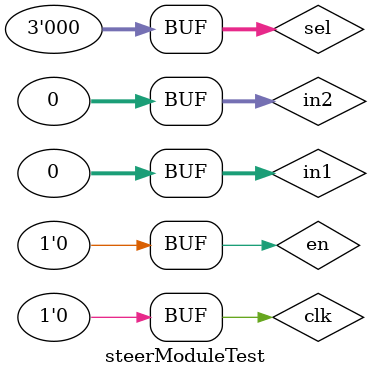
<source format=v>
`timescale 1ns / 1ps


module steerModuleTest;

	// Inputs
	reg [31:0] in1;
	reg [31:0] in2;
	reg en;
	reg [2:0] sel;
	reg clk;

	// Outputs
	wire [7:0] out1;
	wire [7:0] out2;
	wire [7:0] out3;
	wire [7:0] out4;
	wire [7:0] out5;
	wire [7:0] out6;
	wire [7:0] out7;
	wire [7:0] out8;

	// Instantiate the Unit Under Test (UUT)
	SteerModule uut (
		.in1(in1), 
		.in2(in2), 
		.en(en), 
		.sel(sel), 
		.clk(clk), 
		.out1(out1), 
		.out2(out2), 
		.out3(out3), 
		.out4(out4), 
		.out5(out5), 
		.out6(out6), 
		.out7(out7), 
		.out8(out8)
	);

	initial begin
		// Initialize Inputs
		in1 = 0;
		in2 = 0;
		en = 0;
		sel = 0;
		clk = 0;

		// Wait 100 ns for global reset to finish
		#100;
        
		// Add stimulus here

	end
      
endmodule


</source>
